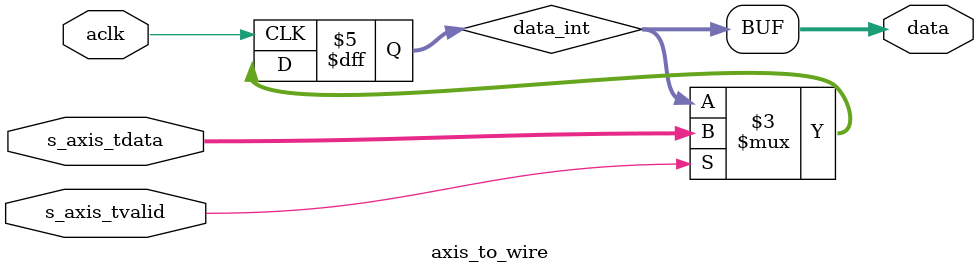
<source format=v>

`timescale 1 ns / 1 ps

module axis_to_wire #
(
  parameter integer AXIS_TDATA_WIDTH = 32,
  parameter integer OUT_WIDTH = 32
)
(
  // System signals
  input  wire                        aclk,
  output wire [OUT_WIDTH-1:0]        data,

  // Master side
  input  wire [AXIS_TDATA_WIDTH-1:0] s_axis_tdata,
  input  wire                        s_axis_tvalid
);

  reg  [OUT_WIDTH-1:0]        data_int;

  always @(posedge aclk)
  begin
    if (s_axis_tvalid)
    begin
      data_int = s_axis_tdata[OUT_WIDTH-1:0];
    end
  end
  
  assign data = data_int;

endmodule

</source>
